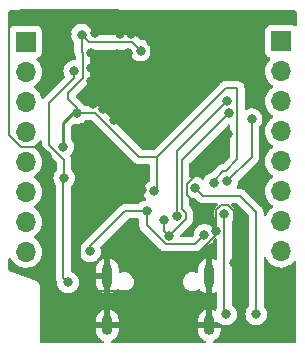
<source format=gbl>
%TF.GenerationSoftware,KiCad,Pcbnew,(6.0.7)*%
%TF.CreationDate,2022-08-05T17:10:29+02:00*%
%TF.ProjectId,C3_mini,43335f6d-696e-4692-9e6b-696361645f70,rev?*%
%TF.SameCoordinates,Original*%
%TF.FileFunction,Copper,L2,Bot*%
%TF.FilePolarity,Positive*%
%FSLAX46Y46*%
G04 Gerber Fmt 4.6, Leading zero omitted, Abs format (unit mm)*
G04 Created by KiCad (PCBNEW (6.0.7)) date 2022-08-05 17:10:29*
%MOMM*%
%LPD*%
G01*
G04 APERTURE LIST*
%TA.AperFunction,ComponentPad*%
%ADD10R,1.700000X1.700000*%
%TD*%
%TA.AperFunction,ComponentPad*%
%ADD11O,1.700000X1.700000*%
%TD*%
%TA.AperFunction,ComponentPad*%
%ADD12R,0.900000X0.500000*%
%TD*%
%TA.AperFunction,ComponentPad*%
%ADD13O,0.900000X2.000000*%
%TD*%
%TA.AperFunction,ComponentPad*%
%ADD14O,0.900000X1.700000*%
%TD*%
%TA.AperFunction,ViaPad*%
%ADD15C,0.800000*%
%TD*%
%TA.AperFunction,Conductor*%
%ADD16C,0.200000*%
%TD*%
%TA.AperFunction,Conductor*%
%ADD17C,0.250000*%
%TD*%
G04 APERTURE END LIST*
D10*
%TO.P,J2,1,Pin_1*%
%TO.N,EN*%
X31575000Y-35350000D03*
D11*
%TO.P,J2,2,Pin_2*%
%TO.N,IO0*%
X31575000Y-37890000D03*
%TO.P,J2,3,Pin_3*%
%TO.N,IO1*%
X31575000Y-40430000D03*
%TO.P,J2,4,Pin_4*%
%TO.N,IO2*%
X31575000Y-42970000D03*
%TO.P,J2,5,Pin_5*%
%TO.N,IO3*%
X31575000Y-45510000D03*
%TO.P,J2,6,Pin_6*%
%TO.N,IO4*%
X31575000Y-48050000D03*
%TO.P,J2,7,Pin_7*%
%TO.N,IO5*%
X31575000Y-50590000D03*
%TO.P,J2,8,Pin_8*%
%TO.N,+3V3*%
X31575000Y-53130000D03*
%TD*%
D10*
%TO.P,J3,1,Pin_1*%
%TO.N,U0TXD*%
X53200000Y-35325000D03*
D11*
%TO.P,J3,2,Pin_2*%
%TO.N,U0RXD*%
X53200000Y-37865000D03*
%TO.P,J3,3,Pin_3*%
%TO.N,IO10*%
X53200000Y-40405000D03*
%TO.P,J3,4,Pin_4*%
%TO.N,IO8*%
X53200000Y-42945000D03*
%TO.P,J3,5,Pin_5*%
%TO.N,IO7*%
X53200000Y-45485000D03*
%TO.P,J3,6,Pin_6*%
%TO.N,IO6*%
X53200000Y-48025000D03*
%TO.P,J3,7,Pin_7*%
%TO.N,GND*%
X53200000Y-50565000D03*
%TO.P,J3,8,Pin_8*%
%TO.N,VBUS*%
X53200000Y-53105000D03*
%TD*%
D12*
%TO.P,ANT1,2,Shield*%
%TO.N,GND*%
X36125000Y-32950000D03*
%TD*%
D13*
%TO.P,J1,S1,SHIELD*%
%TO.N,GND*%
X38480000Y-55195000D03*
X47120000Y-55195000D03*
D14*
X47120000Y-59365000D03*
X38480000Y-59365000D03*
%TD*%
D15*
%TO.N,GND*%
X37125000Y-56000000D03*
X48400000Y-33950000D03*
X41350000Y-34725000D03*
X41000000Y-40900000D03*
X49200000Y-54100000D03*
X44875000Y-34825000D03*
X41425000Y-47925000D03*
X37350000Y-33850000D03*
X41350000Y-33900000D03*
X45775000Y-34825000D03*
X39375000Y-37225000D03*
X37100000Y-36275000D03*
X49300000Y-33950000D03*
X40100000Y-40600000D03*
X39550000Y-33875000D03*
X35050000Y-34725000D03*
X47700000Y-51400000D03*
X37400000Y-34650000D03*
X48450000Y-34900000D03*
X45750000Y-33950000D03*
X40800000Y-39900000D03*
X46675000Y-34825000D03*
X42200000Y-35400000D03*
X48700000Y-43200000D03*
X49325000Y-34900000D03*
X47575000Y-34850000D03*
X39025000Y-41950000D03*
X43700000Y-42700000D03*
X44000000Y-34800000D03*
X43100000Y-34800000D03*
X40450000Y-34700000D03*
X43125000Y-33925000D03*
X44875000Y-33950000D03*
X39350000Y-38125000D03*
X37075000Y-38700000D03*
X47500000Y-33975000D03*
X50175000Y-33925000D03*
X40200000Y-36300000D03*
X34950000Y-33900000D03*
X44000000Y-33950000D03*
X37100000Y-37575000D03*
X38150000Y-41075000D03*
X39525000Y-34700000D03*
X39450000Y-39075000D03*
X37225000Y-40625000D03*
X39475000Y-39925000D03*
X42225000Y-33925000D03*
X40450000Y-33825000D03*
X46625000Y-33950000D03*
X36400000Y-40000000D03*
X39300000Y-36400000D03*
%TO.N,+3V3*%
X42450000Y-48000000D03*
X36300000Y-34750000D03*
X41300000Y-36100000D03*
X47500000Y-47300000D03*
X35925000Y-41400000D03*
X34750000Y-44225000D03*
%TO.N,EN*%
X34825000Y-46875000D03*
X35675000Y-37825000D03*
X35150000Y-55725000D03*
%TO.N,VBUS*%
X37025000Y-53100000D03*
X46700000Y-51700000D03*
X41800000Y-49700000D03*
%TO.N,D+*%
X48600000Y-40400000D03*
X44400000Y-50100000D03*
%TO.N,D-*%
X43285003Y-50410017D03*
X43700000Y-51800000D03*
X48800000Y-41400000D03*
%TO.N,IO8*%
X48650000Y-47175000D03*
X50700000Y-41900000D03*
%TO.N,IO7*%
X48400000Y-49900000D03*
X48525000Y-58425000D03*
%TO.N,IO9*%
X45900000Y-47700000D03*
X51075000Y-58425000D03*
%TD*%
D16*
%TO.N,GND*%
X37125000Y-56000000D02*
X36225000Y-56900000D01*
X36200000Y-55075000D02*
X37125000Y-56000000D01*
X31050000Y-32625000D02*
X39425000Y-32625000D01*
X33700000Y-44966186D02*
X32958814Y-44225000D01*
X33700000Y-56400000D02*
X33700000Y-44966186D01*
X31173654Y-44273654D02*
X30175000Y-43275000D01*
X45200000Y-47410050D02*
X45200000Y-48300000D01*
X47700000Y-51689950D02*
X47700000Y-51400000D01*
X30175000Y-43275000D02*
X30175000Y-33453654D01*
X40800000Y-39900000D02*
X42200000Y-38500000D01*
X49200000Y-49710050D02*
X48689950Y-49200000D01*
X48100000Y-49200000D02*
X47700000Y-49600000D01*
X46600000Y-46265686D02*
X46344364Y-46265686D01*
X49200000Y-54100000D02*
X49200000Y-49710050D01*
X45200000Y-48300000D02*
X45900000Y-49000000D01*
X48700000Y-44165686D02*
X46600000Y-46265686D01*
X37575000Y-56450000D02*
X42939950Y-56450000D01*
X32005000Y-44273654D02*
X31173654Y-44273654D01*
X37125000Y-56000000D02*
X37575000Y-56450000D01*
X42200000Y-38500000D02*
X42200000Y-35400000D01*
X42939950Y-56450000D02*
X47700000Y-51689950D01*
X30200000Y-33475000D02*
X31050000Y-32625000D01*
X39425000Y-32625000D02*
X42200000Y-35400000D01*
X36200000Y-50000000D02*
X36200000Y-55075000D01*
X32053654Y-44225000D02*
X32005000Y-44273654D01*
X48700000Y-43200000D02*
X48700000Y-44165686D01*
X38275000Y-47925000D02*
X36200000Y-50000000D01*
X48689950Y-49200000D02*
X48100000Y-49200000D01*
X34200000Y-56900000D02*
X33700000Y-56400000D01*
X41425000Y-47925000D02*
X38275000Y-47925000D01*
X32958814Y-44225000D02*
X32053654Y-44225000D01*
X36225000Y-56900000D02*
X34200000Y-56900000D01*
X47700000Y-49600000D02*
X47700000Y-51400000D01*
X46344364Y-46265686D02*
X45200000Y-47410050D01*
%TO.N,+3V3*%
X37475000Y-41400000D02*
X41175000Y-45100000D01*
X36950000Y-35400000D02*
X40600000Y-35400000D01*
D17*
X35925000Y-41400000D02*
X35600000Y-41400000D01*
D16*
X35125000Y-39725000D02*
X35125000Y-40200000D01*
X47500000Y-47300000D02*
X47500000Y-47110050D01*
X48500000Y-39300000D02*
X42700000Y-45100000D01*
D17*
X35600000Y-41400000D02*
X34750000Y-42250000D01*
D16*
X36300000Y-34750000D02*
X36300000Y-36200000D01*
X36300000Y-36200000D02*
X36400000Y-36300000D01*
X49500000Y-39300000D02*
X48500000Y-39300000D01*
X35125000Y-40200000D02*
X35925000Y-41000000D01*
X47500000Y-47110050D02*
X48310050Y-46300000D01*
X36300000Y-34750000D02*
X36950000Y-35400000D01*
X48500000Y-46300000D02*
X49500000Y-45300000D01*
X36400000Y-36300000D02*
X36400000Y-38450000D01*
X35925000Y-41400000D02*
X37475000Y-41400000D01*
X36400000Y-38450000D02*
X35125000Y-39725000D01*
X42700000Y-45100000D02*
X42700000Y-47750000D01*
X41175000Y-45100000D02*
X42700000Y-45100000D01*
X48310050Y-46300000D02*
X48500000Y-46300000D01*
X42700000Y-47750000D02*
X42450000Y-48000000D01*
X49500000Y-45300000D02*
X49500000Y-39300000D01*
D17*
X34750000Y-42250000D02*
X34750000Y-44225000D01*
D16*
X40600000Y-35400000D02*
X41300000Y-36100000D01*
X35925000Y-41000000D02*
X35925000Y-41400000D01*
%TO.N,EN*%
X33550000Y-40550000D02*
X33550000Y-44059936D01*
X34755128Y-46944872D02*
X34825000Y-46875000D01*
X35150000Y-55725000D02*
X34755128Y-55330128D01*
X34755128Y-55330128D02*
X34755128Y-46944872D01*
X35675000Y-38425000D02*
X33550000Y-40550000D01*
X35675000Y-37825000D02*
X35675000Y-38425000D01*
X34825000Y-45334936D02*
X34825000Y-46875000D01*
X33550000Y-44059936D02*
X34825000Y-45334936D01*
%TO.N,VBUS*%
X43410050Y-52500000D02*
X41800000Y-50889950D01*
X37025000Y-52675000D02*
X40000000Y-49700000D01*
X41800000Y-50889950D02*
X41800000Y-49700000D01*
X37025000Y-53100000D02*
X37025000Y-52675000D01*
X40000000Y-49700000D02*
X41800000Y-49700000D01*
X45900000Y-52500000D02*
X43410050Y-52500000D01*
X46700000Y-51700000D02*
X45900000Y-52500000D01*
%TO.N,D+*%
X44400000Y-44600000D02*
X44400000Y-50100000D01*
X48600000Y-40400000D02*
X44400000Y-44600000D01*
%TO.N,D-*%
X45100000Y-49810050D02*
X44800000Y-49510050D01*
X43700000Y-51800000D02*
X45100000Y-50400000D01*
X43285003Y-51385003D02*
X43700000Y-51800000D01*
X43285003Y-50410017D02*
X43285003Y-51385003D01*
X44800000Y-45400000D02*
X48800000Y-41400000D01*
X44800000Y-49510050D02*
X44800000Y-45400000D01*
X45100000Y-50400000D02*
X45100000Y-49810050D01*
%TO.N,IO8*%
X50700000Y-45125000D02*
X50700000Y-41900000D01*
X48650000Y-47175000D02*
X50700000Y-45125000D01*
%TO.N,IO7*%
X48525000Y-58425000D02*
X48400000Y-58300000D01*
X48400000Y-58300000D02*
X48400000Y-49900000D01*
%TO.N,IO9*%
X51100000Y-58400000D02*
X51100000Y-49800000D01*
X46600000Y-48400000D02*
X45900000Y-47700000D01*
X51075000Y-58425000D02*
X51100000Y-58400000D01*
X49700000Y-48400000D02*
X46600000Y-48400000D01*
X51100000Y-49800000D02*
X49700000Y-48400000D01*
%TD*%
%TA.AperFunction,Conductor*%
%TO.N,GND*%
G36*
X37238882Y-42028502D02*
G01*
X37259856Y-42045405D01*
X40710685Y-45496234D01*
X40721552Y-45508625D01*
X40741013Y-45533987D01*
X40747563Y-45539013D01*
X40772925Y-45558474D01*
X40772928Y-45558477D01*
X40813117Y-45589315D01*
X40868124Y-45631524D01*
X40875754Y-45634684D01*
X40875755Y-45634685D01*
X40892962Y-45641812D01*
X41016150Y-45692838D01*
X41135115Y-45708500D01*
X41135120Y-45708500D01*
X41135129Y-45708501D01*
X41166812Y-45712672D01*
X41175000Y-45713750D01*
X41206693Y-45709578D01*
X41223136Y-45708500D01*
X41965500Y-45708500D01*
X42033621Y-45728502D01*
X42080114Y-45782158D01*
X42091500Y-45834500D01*
X42091500Y-47083312D01*
X42071498Y-47151433D01*
X42016749Y-47198418D01*
X41999285Y-47206194D01*
X41993248Y-47208882D01*
X41987907Y-47212762D01*
X41987906Y-47212763D01*
X41980317Y-47218277D01*
X41838747Y-47321134D01*
X41834326Y-47326044D01*
X41834325Y-47326045D01*
X41752568Y-47416846D01*
X41710960Y-47463056D01*
X41679565Y-47517434D01*
X41630331Y-47602710D01*
X41615473Y-47628444D01*
X41556458Y-47810072D01*
X41555768Y-47816633D01*
X41555768Y-47816635D01*
X41549791Y-47873504D01*
X41536496Y-48000000D01*
X41556458Y-48189928D01*
X41615473Y-48371556D01*
X41710960Y-48536944D01*
X41715378Y-48541851D01*
X41715379Y-48541852D01*
X41756278Y-48587275D01*
X41786996Y-48651282D01*
X41778231Y-48721736D01*
X41732768Y-48776267D01*
X41688841Y-48794831D01*
X41517712Y-48831206D01*
X41511682Y-48833891D01*
X41511681Y-48833891D01*
X41349278Y-48906197D01*
X41349276Y-48906198D01*
X41343248Y-48908882D01*
X41337907Y-48912762D01*
X41337906Y-48912763D01*
X41307733Y-48934685D01*
X41188747Y-49021134D01*
X41184334Y-49026036D01*
X41184332Y-49026037D01*
X41162926Y-49049811D01*
X41102480Y-49087050D01*
X41069290Y-49091500D01*
X40048136Y-49091500D01*
X40031690Y-49090422D01*
X40008188Y-49087328D01*
X40000000Y-49086250D01*
X39991812Y-49087328D01*
X39960129Y-49091499D01*
X39960120Y-49091500D01*
X39960115Y-49091500D01*
X39841150Y-49107162D01*
X39693125Y-49168476D01*
X39693123Y-49168477D01*
X39693124Y-49168477D01*
X39597928Y-49241523D01*
X39597925Y-49241526D01*
X39566013Y-49266013D01*
X39560983Y-49272568D01*
X39546548Y-49291379D01*
X39535681Y-49303770D01*
X36628766Y-52210685D01*
X36616375Y-52221552D01*
X36591013Y-52241013D01*
X36566526Y-52272925D01*
X36566523Y-52272928D01*
X36513120Y-52342524D01*
X36487225Y-52367749D01*
X36413747Y-52421134D01*
X36409326Y-52426044D01*
X36409325Y-52426045D01*
X36348316Y-52493803D01*
X36285960Y-52563056D01*
X36190473Y-52728444D01*
X36131458Y-52910072D01*
X36130768Y-52916633D01*
X36130768Y-52916635D01*
X36119222Y-53026495D01*
X36111496Y-53100000D01*
X36131458Y-53289928D01*
X36190473Y-53471556D01*
X36285960Y-53636944D01*
X36290378Y-53641851D01*
X36290379Y-53641852D01*
X36408828Y-53773403D01*
X36413747Y-53778866D01*
X36568248Y-53891118D01*
X36574276Y-53893802D01*
X36574278Y-53893803D01*
X36710616Y-53954504D01*
X36742712Y-53968794D01*
X36815624Y-53984292D01*
X36923056Y-54007128D01*
X36923061Y-54007128D01*
X36929513Y-54008500D01*
X37120487Y-54008500D01*
X37126939Y-54007128D01*
X37126944Y-54007128D01*
X37234376Y-53984292D01*
X37307288Y-53968794D01*
X37339384Y-53954504D01*
X37475722Y-53893803D01*
X37475724Y-53893802D01*
X37481752Y-53891118D01*
X37565874Y-53830000D01*
X37636253Y-53778866D01*
X37636699Y-53779480D01*
X37640973Y-53773624D01*
X37759621Y-53641852D01*
X37759622Y-53641851D01*
X37764040Y-53636944D01*
X37859527Y-53471556D01*
X37918542Y-53289928D01*
X37938504Y-53100000D01*
X37930778Y-53026495D01*
X37919232Y-52916635D01*
X37919232Y-52916633D01*
X37918542Y-52910072D01*
X37876662Y-52781180D01*
X37874634Y-52710213D01*
X37907400Y-52653149D01*
X40215144Y-50345405D01*
X40277456Y-50311379D01*
X40304239Y-50308500D01*
X41065500Y-50308500D01*
X41133621Y-50328502D01*
X41180114Y-50382158D01*
X41191500Y-50434500D01*
X41191500Y-50841814D01*
X41190422Y-50858257D01*
X41186250Y-50889950D01*
X41191500Y-50929830D01*
X41191500Y-50929835D01*
X41201907Y-51008882D01*
X41207162Y-51048801D01*
X41268476Y-51196826D01*
X41273503Y-51203377D01*
X41273504Y-51203379D01*
X41341520Y-51292019D01*
X41341526Y-51292025D01*
X41366013Y-51323937D01*
X41372568Y-51328967D01*
X41391379Y-51343402D01*
X41403770Y-51354269D01*
X42945735Y-52896234D01*
X42956602Y-52908625D01*
X42976063Y-52933987D01*
X42982613Y-52939013D01*
X43007971Y-52958471D01*
X43007987Y-52958485D01*
X43057355Y-52996366D01*
X43103174Y-53031524D01*
X43251199Y-53092838D01*
X43410050Y-53113751D01*
X43441749Y-53109578D01*
X43458194Y-53108500D01*
X45851864Y-53108500D01*
X45868307Y-53109578D01*
X45900000Y-53113750D01*
X45908189Y-53112672D01*
X45939874Y-53108501D01*
X45939884Y-53108500D01*
X45939885Y-53108500D01*
X46004449Y-53100000D01*
X46039457Y-53095391D01*
X46050664Y-53093916D01*
X46050666Y-53093915D01*
X46058851Y-53092838D01*
X46206876Y-53031524D01*
X46302062Y-52958485D01*
X46302069Y-52958480D01*
X46302075Y-52958474D01*
X46327434Y-52939015D01*
X46333987Y-52933987D01*
X46350458Y-52912522D01*
X46353452Y-52908621D01*
X46364319Y-52896230D01*
X46615144Y-52645405D01*
X46677456Y-52611379D01*
X46704239Y-52608500D01*
X46795487Y-52608500D01*
X46801939Y-52607128D01*
X46801944Y-52607128D01*
X46888888Y-52588647D01*
X46982288Y-52568794D01*
X46995176Y-52563056D01*
X47150722Y-52493803D01*
X47150724Y-52493802D01*
X47156752Y-52491118D01*
X47311253Y-52378866D01*
X47410716Y-52268401D01*
X47434621Y-52241852D01*
X47434622Y-52241851D01*
X47439040Y-52236944D01*
X47524240Y-52089373D01*
X47531223Y-52077279D01*
X47531224Y-52077278D01*
X47534527Y-52071556D01*
X47545668Y-52037269D01*
X47585741Y-51978665D01*
X47651138Y-51951028D01*
X47721094Y-51963135D01*
X47773400Y-52011141D01*
X47791500Y-52076207D01*
X47791500Y-53705282D01*
X47771498Y-53773403D01*
X47717842Y-53819896D01*
X47647568Y-53830000D01*
X47609870Y-53818336D01*
X47461383Y-53745271D01*
X47449481Y-53740845D01*
X47391530Y-53725749D01*
X47377436Y-53726183D01*
X47374000Y-53734364D01*
X47374000Y-56654229D01*
X47377973Y-56667760D01*
X47384075Y-56668637D01*
X47536136Y-56612690D01*
X47547547Y-56607125D01*
X47599104Y-56575158D01*
X47667539Y-56556262D01*
X47735328Y-56577364D01*
X47780946Y-56631765D01*
X47791500Y-56682245D01*
X47791500Y-57844699D01*
X47774619Y-57907699D01*
X47693778Y-58047721D01*
X47693426Y-58048330D01*
X47642044Y-58097323D01*
X47572330Y-58110759D01*
X47528677Y-58098384D01*
X47461383Y-58065271D01*
X47449481Y-58060845D01*
X47391530Y-58045749D01*
X47377436Y-58046183D01*
X47374000Y-58054364D01*
X47374000Y-59092885D01*
X47378475Y-59108124D01*
X47379865Y-59109329D01*
X47387548Y-59111000D01*
X47882626Y-59111000D01*
X47950747Y-59131002D01*
X47956687Y-59135064D01*
X48068248Y-59216118D01*
X48074276Y-59218802D01*
X48074278Y-59218803D01*
X48236681Y-59291109D01*
X48242712Y-59293794D01*
X48336113Y-59313647D01*
X48423056Y-59332128D01*
X48423061Y-59332128D01*
X48429513Y-59333500D01*
X48620487Y-59333500D01*
X48626939Y-59332128D01*
X48626944Y-59332128D01*
X48713887Y-59313647D01*
X48807288Y-59293794D01*
X48813319Y-59291109D01*
X48975722Y-59218803D01*
X48975724Y-59218802D01*
X48981752Y-59216118D01*
X49136253Y-59103866D01*
X49264040Y-58961944D01*
X49359527Y-58796556D01*
X49418542Y-58614928D01*
X49420978Y-58591756D01*
X49437814Y-58431565D01*
X49438504Y-58425000D01*
X49418542Y-58235072D01*
X49359527Y-58053444D01*
X49353059Y-58042240D01*
X49267341Y-57893774D01*
X49264040Y-57888056D01*
X49136253Y-57746134D01*
X49121020Y-57735066D01*
X49060439Y-57691052D01*
X49017085Y-57634830D01*
X49008500Y-57589116D01*
X49008500Y-50630290D01*
X49028502Y-50562169D01*
X49040864Y-50545980D01*
X49134621Y-50441852D01*
X49134622Y-50441851D01*
X49139040Y-50436944D01*
X49234527Y-50271556D01*
X49293542Y-50089928D01*
X49304896Y-49981906D01*
X49312814Y-49906565D01*
X49313504Y-49900000D01*
X49309109Y-49858186D01*
X49294232Y-49716635D01*
X49294232Y-49716633D01*
X49293542Y-49710072D01*
X49234527Y-49528444D01*
X49139040Y-49363056D01*
X49133306Y-49356687D01*
X49011253Y-49221134D01*
X49012816Y-49219727D01*
X48980758Y-49167689D01*
X48982110Y-49096705D01*
X49021625Y-49037721D01*
X49086756Y-49009464D01*
X49102308Y-49008500D01*
X49395761Y-49008500D01*
X49463882Y-49028502D01*
X49484856Y-49045405D01*
X50454595Y-50015144D01*
X50488621Y-50077456D01*
X50491500Y-50104239D01*
X50491500Y-57666945D01*
X50471498Y-57735066D01*
X50459136Y-57751255D01*
X50335960Y-57888056D01*
X50332659Y-57893774D01*
X50246942Y-58042240D01*
X50240473Y-58053444D01*
X50181458Y-58235072D01*
X50161496Y-58425000D01*
X50162186Y-58431565D01*
X50179023Y-58591756D01*
X50181458Y-58614928D01*
X50240473Y-58796556D01*
X50335960Y-58961944D01*
X50463747Y-59103866D01*
X50618248Y-59216118D01*
X50624276Y-59218802D01*
X50624278Y-59218803D01*
X50786681Y-59291109D01*
X50792712Y-59293794D01*
X50886113Y-59313647D01*
X50973056Y-59332128D01*
X50973061Y-59332128D01*
X50979513Y-59333500D01*
X51170487Y-59333500D01*
X51176939Y-59332128D01*
X51176944Y-59332128D01*
X51263887Y-59313647D01*
X51357288Y-59293794D01*
X51363319Y-59291109D01*
X51525722Y-59218803D01*
X51525724Y-59218802D01*
X51531752Y-59216118D01*
X51686253Y-59103866D01*
X51814040Y-58961944D01*
X51909527Y-58796556D01*
X51968542Y-58614928D01*
X51970978Y-58591756D01*
X51987814Y-58431565D01*
X51988504Y-58425000D01*
X51968542Y-58235072D01*
X51909527Y-58053444D01*
X51903059Y-58042240D01*
X51817341Y-57893774D01*
X51814040Y-57888056D01*
X51740863Y-57806785D01*
X51710147Y-57742779D01*
X51708500Y-57722476D01*
X51708500Y-53688156D01*
X51728502Y-53620035D01*
X51782158Y-53573542D01*
X51852432Y-53563438D01*
X51917012Y-53592932D01*
X51951243Y-53640752D01*
X51977446Y-53705282D01*
X51983266Y-53719616D01*
X52001285Y-53749020D01*
X52090008Y-53893803D01*
X52099987Y-53910088D01*
X52246250Y-54078938D01*
X52418126Y-54221632D01*
X52611000Y-54334338D01*
X52819692Y-54414030D01*
X52824760Y-54415061D01*
X52824763Y-54415062D01*
X52932017Y-54436883D01*
X53038597Y-54458567D01*
X53043772Y-54458757D01*
X53043774Y-54458757D01*
X53256673Y-54466564D01*
X53256677Y-54466564D01*
X53261837Y-54466753D01*
X53266957Y-54466097D01*
X53266959Y-54466097D01*
X53478288Y-54439025D01*
X53478289Y-54439025D01*
X53483416Y-54438368D01*
X53488366Y-54436883D01*
X53692429Y-54375661D01*
X53692434Y-54375659D01*
X53697384Y-54374174D01*
X53897994Y-54275896D01*
X54079860Y-54146173D01*
X54238096Y-53988489D01*
X54250091Y-53971796D01*
X54306085Y-53928148D01*
X54376789Y-53921702D01*
X54439753Y-53954504D01*
X54474988Y-54016141D01*
X54478414Y-54045440D01*
X54472096Y-60765618D01*
X54452030Y-60833720D01*
X54398331Y-60880163D01*
X54346096Y-60891500D01*
X47540069Y-60891500D01*
X47471948Y-60871498D01*
X47425455Y-60817842D01*
X47415351Y-60747568D01*
X47444845Y-60682988D01*
X47496562Y-60647250D01*
X47536137Y-60632690D01*
X47547549Y-60627123D01*
X47702108Y-60531292D01*
X47712174Y-60523540D01*
X47844303Y-60398592D01*
X47852605Y-60388974D01*
X47956908Y-60240013D01*
X47963108Y-60228919D01*
X48035332Y-60062020D01*
X48039171Y-60049917D01*
X48076675Y-59870400D01*
X48077915Y-59860848D01*
X48078000Y-59857616D01*
X48078000Y-59637115D01*
X48073525Y-59621876D01*
X48072135Y-59620671D01*
X48064452Y-59619000D01*
X46180115Y-59619000D01*
X46164876Y-59623475D01*
X46163671Y-59624865D01*
X46162000Y-59632548D01*
X46162000Y-59810447D01*
X46162323Y-59816822D01*
X46176082Y-59952277D01*
X46178636Y-59964717D01*
X46233016Y-60138244D01*
X46238025Y-60149932D01*
X46326187Y-60308979D01*
X46333438Y-60319412D01*
X46451785Y-60457491D01*
X46460976Y-60466244D01*
X46604680Y-60577711D01*
X46615440Y-60584435D01*
X46753655Y-60652445D01*
X46805946Y-60700468D01*
X46823972Y-60769138D01*
X46802012Y-60836653D01*
X46747036Y-60881577D01*
X46698025Y-60891500D01*
X38900069Y-60891500D01*
X38831948Y-60871498D01*
X38785455Y-60817842D01*
X38775351Y-60747568D01*
X38804845Y-60682988D01*
X38856562Y-60647250D01*
X38896137Y-60632690D01*
X38907549Y-60627123D01*
X39062108Y-60531292D01*
X39072174Y-60523540D01*
X39204303Y-60398592D01*
X39212605Y-60388974D01*
X39316908Y-60240013D01*
X39323108Y-60228919D01*
X39395332Y-60062020D01*
X39399171Y-60049917D01*
X39436675Y-59870400D01*
X39437915Y-59860848D01*
X39438000Y-59857616D01*
X39438000Y-59637115D01*
X39433525Y-59621876D01*
X39432135Y-59620671D01*
X39424452Y-59619000D01*
X37540115Y-59619000D01*
X37524876Y-59623475D01*
X37523671Y-59624865D01*
X37522000Y-59632548D01*
X37522000Y-59810447D01*
X37522323Y-59816822D01*
X37536082Y-59952277D01*
X37538636Y-59964717D01*
X37593016Y-60138244D01*
X37598025Y-60149932D01*
X37686187Y-60308979D01*
X37693438Y-60319412D01*
X37811785Y-60457491D01*
X37820976Y-60466244D01*
X37964680Y-60577711D01*
X37975440Y-60584435D01*
X38113655Y-60652445D01*
X38165946Y-60700468D01*
X38183972Y-60769138D01*
X38162012Y-60836653D01*
X38107036Y-60881577D01*
X38058025Y-60891500D01*
X32884500Y-60891500D01*
X32816379Y-60871498D01*
X32769886Y-60817842D01*
X32758500Y-60765500D01*
X32758500Y-59092885D01*
X37522000Y-59092885D01*
X37526475Y-59108124D01*
X37527865Y-59109329D01*
X37535548Y-59111000D01*
X38207885Y-59111000D01*
X38223124Y-59106525D01*
X38224329Y-59105135D01*
X38226000Y-59097452D01*
X38226000Y-59092885D01*
X38734000Y-59092885D01*
X38738475Y-59108124D01*
X38739865Y-59109329D01*
X38747548Y-59111000D01*
X39419885Y-59111000D01*
X39435124Y-59106525D01*
X39436329Y-59105135D01*
X39438000Y-59097452D01*
X39438000Y-59092885D01*
X46162000Y-59092885D01*
X46166475Y-59108124D01*
X46167865Y-59109329D01*
X46175548Y-59111000D01*
X46847885Y-59111000D01*
X46863124Y-59106525D01*
X46864329Y-59105135D01*
X46866000Y-59097452D01*
X46866000Y-58055771D01*
X46862027Y-58042240D01*
X46855925Y-58041363D01*
X46703864Y-58097310D01*
X46692451Y-58102877D01*
X46537892Y-58198708D01*
X46527826Y-58206460D01*
X46395697Y-58331408D01*
X46387395Y-58341026D01*
X46283092Y-58489987D01*
X46276892Y-58501081D01*
X46204668Y-58667980D01*
X46200829Y-58680083D01*
X46163325Y-58859600D01*
X46162085Y-58869152D01*
X46162000Y-58872384D01*
X46162000Y-59092885D01*
X39438000Y-59092885D01*
X39438000Y-58919553D01*
X39437677Y-58913178D01*
X39423918Y-58777723D01*
X39421364Y-58765283D01*
X39366984Y-58591756D01*
X39361975Y-58580068D01*
X39273813Y-58421021D01*
X39266562Y-58410588D01*
X39148215Y-58272509D01*
X39139024Y-58263756D01*
X38995320Y-58152289D01*
X38984560Y-58145565D01*
X38821375Y-58065268D01*
X38809481Y-58060845D01*
X38751530Y-58045749D01*
X38737436Y-58046183D01*
X38734000Y-58054364D01*
X38734000Y-59092885D01*
X38226000Y-59092885D01*
X38226000Y-58055771D01*
X38222027Y-58042240D01*
X38215925Y-58041363D01*
X38063864Y-58097310D01*
X38052451Y-58102877D01*
X37897892Y-58198708D01*
X37887826Y-58206460D01*
X37755697Y-58331408D01*
X37747395Y-58341026D01*
X37643092Y-58489987D01*
X37636892Y-58501081D01*
X37564668Y-58667980D01*
X37560829Y-58680083D01*
X37523325Y-58859600D01*
X37522085Y-58869152D01*
X37522000Y-58872384D01*
X37522000Y-59092885D01*
X32758500Y-59092885D01*
X32758500Y-56104235D01*
X32759018Y-56092825D01*
X32762233Y-56057471D01*
X32762233Y-56057469D01*
X32763046Y-56048526D01*
X32752168Y-55993098D01*
X32751092Y-55986761D01*
X32743080Y-55930813D01*
X32739366Y-55922643D01*
X32738148Y-55918478D01*
X32736723Y-55914399D01*
X32734995Y-55905595D01*
X32708998Y-55855450D01*
X32706169Y-55849632D01*
X32682792Y-55798218D01*
X32676937Y-55791423D01*
X32674611Y-55787786D01*
X32672085Y-55784252D01*
X32667954Y-55776283D01*
X32661753Y-55769795D01*
X32661751Y-55769792D01*
X32628929Y-55735449D01*
X32624566Y-55730642D01*
X32593572Y-55694672D01*
X32593570Y-55694670D01*
X32587713Y-55687873D01*
X32580180Y-55682990D01*
X32576913Y-55680140D01*
X32573517Y-55677473D01*
X32567315Y-55670984D01*
X32518390Y-55642741D01*
X32512889Y-55639373D01*
X32465485Y-55608648D01*
X32456883Y-55606076D01*
X32456880Y-55606074D01*
X32419087Y-55594772D01*
X32409735Y-55591571D01*
X32045457Y-55450671D01*
X30189045Y-54732625D01*
X30132728Y-54689396D01*
X30108722Y-54622581D01*
X30108500Y-54615110D01*
X30108500Y-53774724D01*
X30128502Y-53706603D01*
X30182158Y-53660110D01*
X30252432Y-53650006D01*
X30317012Y-53679500D01*
X30351243Y-53727321D01*
X30356320Y-53739826D01*
X30356325Y-53739836D01*
X30358266Y-53744616D01*
X30407871Y-53825565D01*
X30449688Y-53893803D01*
X30474987Y-53935088D01*
X30621250Y-54103938D01*
X30793126Y-54246632D01*
X30986000Y-54359338D01*
X30990825Y-54361180D01*
X30990826Y-54361181D01*
X31063612Y-54388975D01*
X31194692Y-54439030D01*
X31199760Y-54440061D01*
X31199763Y-54440062D01*
X31307017Y-54461883D01*
X31413597Y-54483567D01*
X31418772Y-54483757D01*
X31418774Y-54483757D01*
X31631673Y-54491564D01*
X31631677Y-54491564D01*
X31636837Y-54491753D01*
X31641957Y-54491097D01*
X31641959Y-54491097D01*
X31853288Y-54464025D01*
X31853289Y-54464025D01*
X31858416Y-54463368D01*
X31873785Y-54458757D01*
X32067429Y-54400661D01*
X32067434Y-54400659D01*
X32072384Y-54399174D01*
X32272994Y-54300896D01*
X32454860Y-54171173D01*
X32613096Y-54013489D01*
X32645213Y-53968794D01*
X32740435Y-53836277D01*
X32743453Y-53832077D01*
X32746672Y-53825565D01*
X32840136Y-53636453D01*
X32840137Y-53636451D01*
X32842430Y-53631811D01*
X32907370Y-53418069D01*
X32936529Y-53196590D01*
X32938156Y-53130000D01*
X32919852Y-52907361D01*
X32865431Y-52690702D01*
X32776354Y-52485840D01*
X32731982Y-52417251D01*
X32657822Y-52302617D01*
X32657820Y-52302614D01*
X32655014Y-52298277D01*
X32504670Y-52133051D01*
X32500619Y-52129852D01*
X32500615Y-52129848D01*
X32333414Y-51997800D01*
X32333410Y-51997798D01*
X32329359Y-51994598D01*
X32288053Y-51971796D01*
X32238084Y-51921364D01*
X32223312Y-51851921D01*
X32248428Y-51785516D01*
X32275780Y-51758909D01*
X32324436Y-51724203D01*
X32454860Y-51631173D01*
X32477320Y-51608792D01*
X32609435Y-51477137D01*
X32613096Y-51473489D01*
X32628673Y-51451812D01*
X32740435Y-51296277D01*
X32743453Y-51292077D01*
X32771799Y-51234724D01*
X32840136Y-51096453D01*
X32840137Y-51096451D01*
X32842430Y-51091811D01*
X32907370Y-50878069D01*
X32936529Y-50656590D01*
X32938156Y-50590000D01*
X32919852Y-50367361D01*
X32865431Y-50150702D01*
X32776354Y-49945840D01*
X32714307Y-49849930D01*
X32657822Y-49762617D01*
X32657820Y-49762614D01*
X32655014Y-49758277D01*
X32504670Y-49593051D01*
X32500619Y-49589852D01*
X32500615Y-49589848D01*
X32333414Y-49457800D01*
X32333410Y-49457798D01*
X32329359Y-49454598D01*
X32288053Y-49431796D01*
X32238084Y-49381364D01*
X32223312Y-49311921D01*
X32248428Y-49245516D01*
X32275780Y-49218909D01*
X32339016Y-49173803D01*
X32454860Y-49091173D01*
X32458719Y-49087328D01*
X32609435Y-48937137D01*
X32613096Y-48933489D01*
X32620107Y-48923733D01*
X32740435Y-48756277D01*
X32743453Y-48752077D01*
X32758449Y-48721736D01*
X32840136Y-48556453D01*
X32840137Y-48556451D01*
X32842430Y-48551811D01*
X32907370Y-48338069D01*
X32936529Y-48116590D01*
X32938156Y-48050000D01*
X32919852Y-47827361D01*
X32865431Y-47610702D01*
X32776354Y-47405840D01*
X32655014Y-47218277D01*
X32504670Y-47053051D01*
X32500619Y-47049852D01*
X32500615Y-47049848D01*
X32333414Y-46917800D01*
X32333410Y-46917798D01*
X32329359Y-46914598D01*
X32288053Y-46891796D01*
X32238084Y-46841364D01*
X32223312Y-46771921D01*
X32248428Y-46705516D01*
X32275780Y-46678909D01*
X32324053Y-46644476D01*
X32454860Y-46551173D01*
X32493405Y-46512763D01*
X32551339Y-46455031D01*
X32613096Y-46393489D01*
X32652929Y-46338056D01*
X32740435Y-46216277D01*
X32743453Y-46212077D01*
X32751333Y-46196134D01*
X32840136Y-46016453D01*
X32840137Y-46016451D01*
X32842430Y-46011811D01*
X32907370Y-45798069D01*
X32936529Y-45576590D01*
X32938156Y-45510000D01*
X32919852Y-45287361D01*
X32865431Y-45070702D01*
X32776354Y-44865840D01*
X32709141Y-44761944D01*
X32657822Y-44682617D01*
X32657820Y-44682614D01*
X32655014Y-44678277D01*
X32504670Y-44513051D01*
X32500619Y-44509852D01*
X32500615Y-44509848D01*
X32333414Y-44377800D01*
X32333410Y-44377798D01*
X32329359Y-44374598D01*
X32288053Y-44351796D01*
X32238084Y-44301364D01*
X32223312Y-44231921D01*
X32248428Y-44165516D01*
X32275780Y-44138909D01*
X32330586Y-44099816D01*
X32454860Y-44011173D01*
X32613096Y-43853489D01*
X32652620Y-43798485D01*
X32713177Y-43714211D01*
X32769172Y-43670563D01*
X32839875Y-43664117D01*
X32902840Y-43696920D01*
X32938074Y-43758556D01*
X32941500Y-43787737D01*
X32941500Y-44011800D01*
X32940422Y-44028243D01*
X32936250Y-44059936D01*
X32941500Y-44099816D01*
X32941500Y-44099821D01*
X32953645Y-44192069D01*
X32957162Y-44218787D01*
X32960321Y-44226413D01*
X32960321Y-44226414D01*
X32966627Y-44241638D01*
X33018476Y-44366812D01*
X33023503Y-44373363D01*
X33023504Y-44373365D01*
X33091520Y-44462005D01*
X33091526Y-44462011D01*
X33116013Y-44493923D01*
X33122568Y-44498953D01*
X33141379Y-44513388D01*
X33153770Y-44524255D01*
X34179595Y-45550080D01*
X34213621Y-45612392D01*
X34216500Y-45639175D01*
X34216500Y-46144710D01*
X34196498Y-46212831D01*
X34184136Y-46229020D01*
X34127683Y-46291718D01*
X34085960Y-46338056D01*
X34047855Y-46404055D01*
X34003991Y-46480031D01*
X33990473Y-46503444D01*
X33931458Y-46685072D01*
X33930768Y-46691633D01*
X33930768Y-46691635D01*
X33921309Y-46781638D01*
X33911496Y-46875000D01*
X33912186Y-46881565D01*
X33930210Y-47053051D01*
X33931458Y-47064928D01*
X33990473Y-47246556D01*
X34085960Y-47411944D01*
X34114266Y-47443381D01*
X34144982Y-47507387D01*
X34146628Y-47527689D01*
X34146628Y-55281992D01*
X34145550Y-55298435D01*
X34141378Y-55330128D01*
X34146628Y-55370008D01*
X34146628Y-55370013D01*
X34152962Y-55418124D01*
X34162290Y-55488979D01*
X34165450Y-55496608D01*
X34211859Y-55608648D01*
X34222539Y-55634432D01*
X34223604Y-55637004D01*
X34223127Y-55637201D01*
X34238247Y-55708337D01*
X34236496Y-55725000D01*
X34237186Y-55731565D01*
X34254640Y-55897626D01*
X34256458Y-55914928D01*
X34315473Y-56096556D01*
X34318776Y-56102278D01*
X34318777Y-56102279D01*
X34334743Y-56129932D01*
X34410960Y-56261944D01*
X34415378Y-56266851D01*
X34415379Y-56266852D01*
X34507334Y-56368978D01*
X34538747Y-56403866D01*
X34585028Y-56437491D01*
X34686606Y-56511292D01*
X34693248Y-56516118D01*
X34699276Y-56518802D01*
X34699278Y-56518803D01*
X34830809Y-56577364D01*
X34867712Y-56593794D01*
X34956610Y-56612690D01*
X35048056Y-56632128D01*
X35048061Y-56632128D01*
X35054513Y-56633500D01*
X35245487Y-56633500D01*
X35251939Y-56632128D01*
X35251944Y-56632128D01*
X35343390Y-56612690D01*
X35432288Y-56593794D01*
X35469191Y-56577364D01*
X35600722Y-56518803D01*
X35600724Y-56518802D01*
X35606752Y-56516118D01*
X35613395Y-56511292D01*
X35714972Y-56437491D01*
X35761253Y-56403866D01*
X35792666Y-56368978D01*
X35884621Y-56266852D01*
X35884622Y-56266851D01*
X35889040Y-56261944D01*
X35965257Y-56129932D01*
X35981223Y-56102279D01*
X35981224Y-56102278D01*
X35984527Y-56096556D01*
X36043542Y-55914928D01*
X36045361Y-55897626D01*
X36056626Y-55790447D01*
X37522000Y-55790447D01*
X37522323Y-55796822D01*
X37536082Y-55932277D01*
X37538636Y-55944717D01*
X37593016Y-56118244D01*
X37598025Y-56129932D01*
X37686187Y-56288979D01*
X37693438Y-56299412D01*
X37811785Y-56437491D01*
X37820976Y-56446244D01*
X37964680Y-56557711D01*
X37975440Y-56564435D01*
X38138625Y-56644732D01*
X38150519Y-56649155D01*
X38208470Y-56664251D01*
X38222564Y-56663817D01*
X38226000Y-56655636D01*
X38226000Y-56654229D01*
X38734000Y-56654229D01*
X38737973Y-56667760D01*
X38744075Y-56668637D01*
X38896136Y-56612690D01*
X38907549Y-56607123D01*
X39062108Y-56511292D01*
X39072174Y-56503540D01*
X39204303Y-56378592D01*
X39212601Y-56368978D01*
X39230633Y-56343226D01*
X39286090Y-56298898D01*
X39356709Y-56291589D01*
X39402099Y-56309585D01*
X39548238Y-56403765D01*
X39554858Y-56406174D01*
X39554861Y-56406176D01*
X39664947Y-56446244D01*
X39718685Y-56465803D01*
X39858769Y-56483500D01*
X39955610Y-56483500D01*
X40090255Y-56468397D01*
X40153870Y-56446244D01*
X40254894Y-56411064D01*
X40254897Y-56411062D01*
X40261552Y-56408745D01*
X40269522Y-56403765D01*
X40409402Y-56316359D01*
X40415376Y-56312626D01*
X40429200Y-56298898D01*
X40539085Y-56189778D01*
X40539088Y-56189774D01*
X40544082Y-56184815D01*
X40641273Y-56031666D01*
X40672234Y-55944717D01*
X40699757Y-55867425D01*
X40699758Y-55867420D01*
X40702119Y-55860790D01*
X40709581Y-55798218D01*
X40720298Y-55708337D01*
X40723596Y-55680680D01*
X40722402Y-55669320D01*
X44876404Y-55669320D01*
X44877140Y-55676323D01*
X44877140Y-55676324D01*
X44883109Y-55733109D01*
X44895364Y-55849712D01*
X44953818Y-56021421D01*
X45048862Y-56175912D01*
X45053793Y-56180947D01*
X45053795Y-56180950D01*
X45160781Y-56290200D01*
X45175771Y-56305507D01*
X45328238Y-56403765D01*
X45334858Y-56406174D01*
X45334861Y-56406176D01*
X45444947Y-56446244D01*
X45498685Y-56465803D01*
X45638769Y-56483500D01*
X45735610Y-56483500D01*
X45870255Y-56468397D01*
X45933870Y-56446244D01*
X46034894Y-56411064D01*
X46034897Y-56411062D01*
X46041552Y-56408745D01*
X46055634Y-56399946D01*
X46195376Y-56312626D01*
X46196148Y-56313862D01*
X46254612Y-56290200D01*
X46324376Y-56303374D01*
X46362729Y-56333587D01*
X46451785Y-56437490D01*
X46460976Y-56446244D01*
X46604680Y-56557711D01*
X46615440Y-56564435D01*
X46778625Y-56644732D01*
X46790519Y-56649155D01*
X46848470Y-56664251D01*
X46862564Y-56663817D01*
X46866000Y-56655636D01*
X46866000Y-53735771D01*
X46862027Y-53722240D01*
X46855925Y-53721363D01*
X46703864Y-53777310D01*
X46692451Y-53782877D01*
X46537892Y-53878708D01*
X46527826Y-53886460D01*
X46395697Y-54011408D01*
X46387395Y-54021026D01*
X46283092Y-54169987D01*
X46276892Y-54181081D01*
X46204668Y-54347980D01*
X46200829Y-54360083D01*
X46163325Y-54539600D01*
X46162085Y-54549152D01*
X46162000Y-54552384D01*
X46162000Y-54806412D01*
X46141998Y-54874533D01*
X46088342Y-54921026D01*
X46018068Y-54931130D01*
X45992908Y-54924814D01*
X45881315Y-54884197D01*
X45741231Y-54866500D01*
X45644390Y-54866500D01*
X45509745Y-54881603D01*
X45503092Y-54883920D01*
X45503091Y-54883920D01*
X45345106Y-54938936D01*
X45345103Y-54938938D01*
X45338448Y-54941255D01*
X45332469Y-54944991D01*
X45324367Y-54950054D01*
X45184624Y-55037374D01*
X45179628Y-55042335D01*
X45179627Y-55042336D01*
X45060915Y-55160222D01*
X45060912Y-55160226D01*
X45055918Y-55165185D01*
X45052144Y-55171131D01*
X45052143Y-55171133D01*
X45037775Y-55193774D01*
X44958727Y-55318334D01*
X44956362Y-55324976D01*
X44900243Y-55482575D01*
X44900242Y-55482580D01*
X44897881Y-55489210D01*
X44897048Y-55496198D01*
X44897047Y-55496201D01*
X44885675Y-55591571D01*
X44876404Y-55669320D01*
X40722402Y-55669320D01*
X40705372Y-55507288D01*
X40705371Y-55507286D01*
X40704636Y-55500288D01*
X40646182Y-55328579D01*
X40607750Y-55266109D01*
X40554834Y-55180095D01*
X40554832Y-55180092D01*
X40551138Y-55174088D01*
X40546207Y-55169053D01*
X40546205Y-55169050D01*
X40429157Y-55049525D01*
X40429156Y-55049524D01*
X40424229Y-55044493D01*
X40271762Y-54946235D01*
X40265142Y-54943826D01*
X40265139Y-54943824D01*
X40107934Y-54886606D01*
X40107933Y-54886606D01*
X40101315Y-54884197D01*
X39961231Y-54866500D01*
X39864390Y-54866500D01*
X39729745Y-54881603D01*
X39605436Y-54924892D01*
X39534528Y-54928406D01*
X39472975Y-54893025D01*
X39440323Y-54829983D01*
X39438000Y-54805901D01*
X39438000Y-54599553D01*
X39437677Y-54593178D01*
X39423918Y-54457723D01*
X39421364Y-54445283D01*
X39366984Y-54271756D01*
X39361975Y-54260068D01*
X39273813Y-54101021D01*
X39266562Y-54090588D01*
X39148215Y-53952509D01*
X39139024Y-53943756D01*
X38995320Y-53832289D01*
X38984560Y-53825565D01*
X38821375Y-53745268D01*
X38809481Y-53740845D01*
X38751530Y-53725749D01*
X38737436Y-53726183D01*
X38734000Y-53734364D01*
X38734000Y-56654229D01*
X38226000Y-56654229D01*
X38226000Y-55467115D01*
X38221525Y-55451876D01*
X38220135Y-55450671D01*
X38212452Y-55449000D01*
X37540115Y-55449000D01*
X37524876Y-55453475D01*
X37523671Y-55454865D01*
X37522000Y-55462548D01*
X37522000Y-55790447D01*
X36056626Y-55790447D01*
X36062814Y-55731565D01*
X36063504Y-55725000D01*
X36043542Y-55535072D01*
X35984527Y-55353444D01*
X35975794Y-55338317D01*
X35907139Y-55219405D01*
X35889040Y-55188056D01*
X35873803Y-55171133D01*
X35765675Y-55051045D01*
X35765674Y-55051044D01*
X35761253Y-55046134D01*
X35629011Y-54950054D01*
X35612094Y-54937763D01*
X35612093Y-54937762D01*
X35606752Y-54933882D01*
X35600724Y-54931198D01*
X35600722Y-54931197D01*
X35582053Y-54922885D01*
X37522000Y-54922885D01*
X37526475Y-54938124D01*
X37527865Y-54939329D01*
X37535548Y-54941000D01*
X38207885Y-54941000D01*
X38223124Y-54936525D01*
X38224329Y-54935135D01*
X38226000Y-54927452D01*
X38226000Y-53735771D01*
X38222027Y-53722240D01*
X38215925Y-53721363D01*
X38063864Y-53777310D01*
X38052451Y-53782877D01*
X37897892Y-53878708D01*
X37887826Y-53886460D01*
X37821182Y-53949482D01*
X37812522Y-53953902D01*
X37799245Y-53970228D01*
X37755692Y-54011414D01*
X37747395Y-54021026D01*
X37643092Y-54169987D01*
X37636892Y-54181081D01*
X37564668Y-54347980D01*
X37560829Y-54360083D01*
X37523325Y-54539600D01*
X37522085Y-54549152D01*
X37522000Y-54552384D01*
X37522000Y-54922885D01*
X35582053Y-54922885D01*
X35456525Y-54866997D01*
X35438379Y-54858918D01*
X35384284Y-54812938D01*
X35363628Y-54743811D01*
X35363628Y-47670831D01*
X35383630Y-47602710D01*
X35415567Y-47568896D01*
X35436253Y-47553866D01*
X35459823Y-47527689D01*
X35559621Y-47416852D01*
X35559622Y-47416851D01*
X35564040Y-47411944D01*
X35659527Y-47246556D01*
X35718542Y-47064928D01*
X35719791Y-47053051D01*
X35737814Y-46881565D01*
X35738504Y-46875000D01*
X35728691Y-46781638D01*
X35719232Y-46691635D01*
X35719232Y-46691633D01*
X35718542Y-46685072D01*
X35659527Y-46503444D01*
X35646010Y-46480031D01*
X35602145Y-46404055D01*
X35564040Y-46338056D01*
X35522317Y-46291718D01*
X35465864Y-46229020D01*
X35435146Y-46165013D01*
X35433500Y-46144710D01*
X35433500Y-45383072D01*
X35434578Y-45366626D01*
X35437672Y-45343124D01*
X35438750Y-45334936D01*
X35433500Y-45295058D01*
X35433500Y-45295051D01*
X35417838Y-45176086D01*
X35374187Y-45070702D01*
X35356524Y-45028061D01*
X35357719Y-45027566D01*
X35342958Y-44966712D01*
X35366180Y-44899620D01*
X35375179Y-44888400D01*
X35484621Y-44766852D01*
X35484622Y-44766851D01*
X35489040Y-44761944D01*
X35559311Y-44640231D01*
X35581223Y-44602279D01*
X35581224Y-44602278D01*
X35584527Y-44596556D01*
X35643542Y-44414928D01*
X35647911Y-44373365D01*
X35662814Y-44231565D01*
X35663504Y-44225000D01*
X35656264Y-44156114D01*
X35644232Y-44041635D01*
X35644232Y-44041633D01*
X35643542Y-44035072D01*
X35584527Y-43853444D01*
X35572226Y-43832137D01*
X35522314Y-43745689D01*
X35489040Y-43688056D01*
X35415863Y-43606785D01*
X35385147Y-43542779D01*
X35383500Y-43522476D01*
X35383500Y-42564594D01*
X35403502Y-42496473D01*
X35420405Y-42475499D01*
X35581469Y-42314435D01*
X35643781Y-42280409D01*
X35696761Y-42280283D01*
X35823056Y-42307128D01*
X35823061Y-42307128D01*
X35829513Y-42308500D01*
X36020487Y-42308500D01*
X36026939Y-42307128D01*
X36026944Y-42307128D01*
X36113887Y-42288647D01*
X36207288Y-42268794D01*
X36218083Y-42263988D01*
X36375722Y-42193803D01*
X36375724Y-42193802D01*
X36381752Y-42191118D01*
X36488997Y-42113200D01*
X36530914Y-42082745D01*
X36536253Y-42078866D01*
X36562074Y-42050189D01*
X36622520Y-42012950D01*
X36655710Y-42008500D01*
X37170761Y-42008500D01*
X37238882Y-42028502D01*
G37*
%TD.AperFunction*%
%TA.AperFunction,Conductor*%
G36*
X45585748Y-48554563D02*
G01*
X45617712Y-48568794D01*
X45704658Y-48587275D01*
X45798056Y-48607128D01*
X45798061Y-48607128D01*
X45804513Y-48608500D01*
X45895761Y-48608500D01*
X45963882Y-48628502D01*
X45984856Y-48645405D01*
X46135685Y-48796234D01*
X46146552Y-48808625D01*
X46166013Y-48833987D01*
X46172563Y-48839013D01*
X46197925Y-48858474D01*
X46197928Y-48858477D01*
X46267318Y-48911722D01*
X46286570Y-48926495D01*
X46286574Y-48926497D01*
X46293125Y-48931524D01*
X46441150Y-48992838D01*
X46449338Y-48993916D01*
X46468134Y-48996390D01*
X46560115Y-49008500D01*
X46560120Y-49008500D01*
X46560129Y-49008501D01*
X46591812Y-49012672D01*
X46600000Y-49013750D01*
X46631693Y-49009578D01*
X46648136Y-49008500D01*
X47697692Y-49008500D01*
X47765813Y-49028502D01*
X47812306Y-49082158D01*
X47822410Y-49152432D01*
X47792916Y-49217012D01*
X47789184Y-49220817D01*
X47788747Y-49221134D01*
X47719603Y-49297926D01*
X47666695Y-49356687D01*
X47660960Y-49363056D01*
X47565473Y-49528444D01*
X47506458Y-49710072D01*
X47505768Y-49716633D01*
X47505768Y-49716635D01*
X47490891Y-49858186D01*
X47486496Y-49900000D01*
X47487186Y-49906565D01*
X47495105Y-49981906D01*
X47506458Y-50089928D01*
X47565473Y-50271556D01*
X47660960Y-50436944D01*
X47665378Y-50441851D01*
X47665379Y-50441852D01*
X47759136Y-50545980D01*
X47789854Y-50609987D01*
X47791500Y-50630290D01*
X47791500Y-51323793D01*
X47771498Y-51391914D01*
X47717842Y-51438407D01*
X47647568Y-51448511D01*
X47582988Y-51419017D01*
X47545667Y-51362730D01*
X47536568Y-51334726D01*
X47534527Y-51328444D01*
X47528142Y-51317384D01*
X47463035Y-51204616D01*
X47439040Y-51163056D01*
X47424428Y-51146827D01*
X47315675Y-51026045D01*
X47315674Y-51026044D01*
X47311253Y-51021134D01*
X47156752Y-50908882D01*
X47150724Y-50906198D01*
X47150722Y-50906197D01*
X46988319Y-50833891D01*
X46988318Y-50833891D01*
X46982288Y-50831206D01*
X46888887Y-50811353D01*
X46801944Y-50792872D01*
X46801939Y-50792872D01*
X46795487Y-50791500D01*
X46604513Y-50791500D01*
X46598061Y-50792872D01*
X46598056Y-50792872D01*
X46511112Y-50811353D01*
X46417712Y-50831206D01*
X46411682Y-50833891D01*
X46411681Y-50833891D01*
X46249278Y-50906197D01*
X46249276Y-50906198D01*
X46243248Y-50908882D01*
X46088747Y-51021134D01*
X46084326Y-51026044D01*
X46084325Y-51026045D01*
X45975573Y-51146827D01*
X45960960Y-51163056D01*
X45936965Y-51204616D01*
X45871859Y-51317384D01*
X45865473Y-51328444D01*
X45806458Y-51510072D01*
X45805768Y-51516633D01*
X45805768Y-51516635D01*
X45800449Y-51567240D01*
X45786496Y-51700000D01*
X45786684Y-51701786D01*
X45767184Y-51768196D01*
X45750281Y-51789170D01*
X45684856Y-51854595D01*
X45622544Y-51888621D01*
X45595761Y-51891500D01*
X44773239Y-51891500D01*
X44705118Y-51871498D01*
X44658625Y-51817842D01*
X44648521Y-51747568D01*
X44678015Y-51682988D01*
X44684144Y-51676405D01*
X45496234Y-50864315D01*
X45508625Y-50853448D01*
X45527437Y-50839013D01*
X45533987Y-50833987D01*
X45558474Y-50802075D01*
X45558480Y-50802069D01*
X45626496Y-50713429D01*
X45626497Y-50713427D01*
X45631524Y-50706876D01*
X45692838Y-50558851D01*
X45694533Y-50545980D01*
X45701755Y-50491118D01*
X45708500Y-50439885D01*
X45708500Y-50439880D01*
X45712672Y-50408189D01*
X45713750Y-50400000D01*
X45709578Y-50368307D01*
X45708500Y-50351864D01*
X45708500Y-49858186D01*
X45709578Y-49841740D01*
X45712672Y-49818238D01*
X45713750Y-49810050D01*
X45708500Y-49770170D01*
X45708500Y-49770165D01*
X45701453Y-49716635D01*
X45693916Y-49659386D01*
X45693915Y-49659384D01*
X45692838Y-49651200D01*
X45690117Y-49644630D01*
X45631524Y-49503174D01*
X45623813Y-49493124D01*
X45558483Y-49407986D01*
X45558477Y-49407978D01*
X45558474Y-49407975D01*
X45533987Y-49376063D01*
X45520890Y-49366013D01*
X45508621Y-49356598D01*
X45496230Y-49345731D01*
X45445405Y-49294906D01*
X45411379Y-49232594D01*
X45408500Y-49205811D01*
X45408500Y-48669670D01*
X45428502Y-48601549D01*
X45482158Y-48555056D01*
X45552432Y-48544952D01*
X45585748Y-48554563D01*
G37*
%TD.AperFunction*%
%TA.AperFunction,Conductor*%
G36*
X48375833Y-32697876D02*
G01*
X54372383Y-32698619D01*
X54440500Y-32718629D01*
X54486986Y-32772291D01*
X54498366Y-32824737D01*
X54497333Y-33923164D01*
X54477267Y-33991266D01*
X54423567Y-34037709D01*
X54353284Y-34047747D01*
X54310823Y-34033566D01*
X54303892Y-34029771D01*
X54296705Y-34024385D01*
X54160316Y-33973255D01*
X54098134Y-33966500D01*
X52301866Y-33966500D01*
X52239684Y-33973255D01*
X52103295Y-34024385D01*
X51986739Y-34111739D01*
X51899385Y-34228295D01*
X51848255Y-34364684D01*
X51841500Y-34426866D01*
X51841500Y-36223134D01*
X51848255Y-36285316D01*
X51899385Y-36421705D01*
X51986739Y-36538261D01*
X52103295Y-36625615D01*
X52111704Y-36628767D01*
X52111705Y-36628768D01*
X52220451Y-36669535D01*
X52277216Y-36712176D01*
X52301916Y-36778738D01*
X52286709Y-36848087D01*
X52267316Y-36874568D01*
X52140629Y-37007138D01*
X52137715Y-37011410D01*
X52137714Y-37011411D01*
X52126332Y-37028096D01*
X52014743Y-37191680D01*
X51972285Y-37283148D01*
X51937412Y-37358277D01*
X51920688Y-37394305D01*
X51860989Y-37609570D01*
X51837251Y-37831695D01*
X51837548Y-37836848D01*
X51837548Y-37836851D01*
X51847816Y-38014928D01*
X51850110Y-38054715D01*
X51851247Y-38059761D01*
X51851248Y-38059767D01*
X51855744Y-38079715D01*
X51899222Y-38272639D01*
X51955001Y-38410006D01*
X51967916Y-38441812D01*
X51983266Y-38479616D01*
X52099987Y-38670088D01*
X52246250Y-38838938D01*
X52418126Y-38981632D01*
X52455253Y-39003327D01*
X52491445Y-39024476D01*
X52540169Y-39076114D01*
X52553240Y-39145897D01*
X52526509Y-39211669D01*
X52486055Y-39245027D01*
X52473607Y-39251507D01*
X52469474Y-39254610D01*
X52469471Y-39254612D01*
X52299100Y-39382530D01*
X52294965Y-39385635D01*
X52140629Y-39547138D01*
X52014743Y-39731680D01*
X51967716Y-39832992D01*
X51937412Y-39898277D01*
X51920688Y-39934305D01*
X51860989Y-40149570D01*
X51837251Y-40371695D01*
X51837548Y-40376848D01*
X51837548Y-40376851D01*
X51838692Y-40396695D01*
X51850110Y-40594715D01*
X51851247Y-40599761D01*
X51851248Y-40599767D01*
X51858960Y-40633987D01*
X51899222Y-40812639D01*
X51916114Y-40854239D01*
X51971799Y-40991375D01*
X51983266Y-41019616D01*
X51995651Y-41039826D01*
X52078002Y-41174211D01*
X52099987Y-41210088D01*
X52246250Y-41378938D01*
X52418126Y-41521632D01*
X52440539Y-41534729D01*
X52491445Y-41564476D01*
X52540169Y-41616114D01*
X52553240Y-41685897D01*
X52526509Y-41751669D01*
X52486055Y-41785027D01*
X52473607Y-41791507D01*
X52469474Y-41794610D01*
X52469471Y-41794612D01*
X52299100Y-41922530D01*
X52294965Y-41925635D01*
X52269894Y-41951870D01*
X52144235Y-42083365D01*
X52140629Y-42087138D01*
X52014743Y-42271680D01*
X51975982Y-42355183D01*
X51937412Y-42438277D01*
X51920688Y-42474305D01*
X51860989Y-42689570D01*
X51837251Y-42911695D01*
X51850110Y-43134715D01*
X51851247Y-43139761D01*
X51851248Y-43139767D01*
X51855744Y-43159715D01*
X51899222Y-43352639D01*
X51983266Y-43559616D01*
X51985965Y-43564020D01*
X52078002Y-43714211D01*
X52099987Y-43750088D01*
X52246250Y-43918938D01*
X52418126Y-44061632D01*
X52455253Y-44083327D01*
X52491445Y-44104476D01*
X52540169Y-44156114D01*
X52553240Y-44225897D01*
X52526509Y-44291669D01*
X52486055Y-44325027D01*
X52473607Y-44331507D01*
X52469474Y-44334610D01*
X52469471Y-44334612D01*
X52299100Y-44462530D01*
X52294965Y-44465635D01*
X52140629Y-44627138D01*
X52137715Y-44631410D01*
X52137714Y-44631411D01*
X52126124Y-44648401D01*
X52014743Y-44811680D01*
X51979131Y-44888400D01*
X51937412Y-44978277D01*
X51920688Y-45014305D01*
X51860989Y-45229570D01*
X51837251Y-45451695D01*
X51837548Y-45456848D01*
X51837548Y-45456851D01*
X51848061Y-45639175D01*
X51850110Y-45674715D01*
X51851247Y-45679761D01*
X51851248Y-45679767D01*
X51870528Y-45765316D01*
X51899222Y-45892639D01*
X51983266Y-46099616D01*
X51985965Y-46104020D01*
X52062565Y-46229020D01*
X52099987Y-46290088D01*
X52246250Y-46458938D01*
X52418126Y-46601632D01*
X52444855Y-46617251D01*
X52491445Y-46644476D01*
X52540169Y-46696114D01*
X52553240Y-46765897D01*
X52526509Y-46831669D01*
X52486055Y-46865027D01*
X52473607Y-46871507D01*
X52469474Y-46874610D01*
X52469471Y-46874612D01*
X52312933Y-46992144D01*
X52294965Y-47005635D01*
X52140629Y-47167138D01*
X52137715Y-47171410D01*
X52137714Y-47171411D01*
X52105744Y-47218277D01*
X52014743Y-47351680D01*
X51984494Y-47416846D01*
X51933043Y-47527689D01*
X51920688Y-47554305D01*
X51860989Y-47769570D01*
X51837251Y-47991695D01*
X51837548Y-47996848D01*
X51837548Y-47996851D01*
X51848302Y-48183365D01*
X51850110Y-48214715D01*
X51851247Y-48219761D01*
X51851248Y-48219767D01*
X51855744Y-48239715D01*
X51899222Y-48432639D01*
X51983266Y-48639616D01*
X51987988Y-48647321D01*
X52086835Y-48808625D01*
X52099987Y-48830088D01*
X52246250Y-48998938D01*
X52418126Y-49141632D01*
X52464064Y-49168476D01*
X52491955Y-49184774D01*
X52540679Y-49236412D01*
X52553750Y-49306195D01*
X52527019Y-49371967D01*
X52486562Y-49405327D01*
X52478457Y-49409546D01*
X52469738Y-49415036D01*
X52299433Y-49542905D01*
X52291726Y-49549748D01*
X52144590Y-49703717D01*
X52138104Y-49711727D01*
X52018098Y-49887649D01*
X52013000Y-49896623D01*
X51948788Y-50034956D01*
X51901964Y-50088323D01*
X51833721Y-50107904D01*
X51765725Y-50087481D01*
X51719565Y-50033538D01*
X51708500Y-49981906D01*
X51708500Y-49848136D01*
X51709578Y-49831690D01*
X51712672Y-49808188D01*
X51713750Y-49800000D01*
X51708500Y-49760120D01*
X51708500Y-49760115D01*
X51702776Y-49716635D01*
X51694891Y-49656741D01*
X51694890Y-49656739D01*
X51692838Y-49641150D01*
X51692838Y-49641149D01*
X51631524Y-49493124D01*
X51590463Y-49439612D01*
X51574749Y-49419134D01*
X51558477Y-49397928D01*
X51558474Y-49397925D01*
X51533987Y-49366013D01*
X51524024Y-49358368D01*
X51508621Y-49346548D01*
X51496230Y-49335681D01*
X50164315Y-48003766D01*
X50153448Y-47991375D01*
X50139013Y-47972563D01*
X50133987Y-47966013D01*
X50102075Y-47941526D01*
X50102072Y-47941523D01*
X50006876Y-47868476D01*
X49858851Y-47807162D01*
X49850664Y-47806084D01*
X49850663Y-47806084D01*
X49839458Y-47804609D01*
X49808262Y-47800502D01*
X49739885Y-47791500D01*
X49739882Y-47791500D01*
X49739874Y-47791499D01*
X49708189Y-47787328D01*
X49700000Y-47786250D01*
X49668307Y-47790422D01*
X49651864Y-47791500D01*
X49561347Y-47791500D01*
X49493226Y-47771498D01*
X49446733Y-47717842D01*
X49436629Y-47647568D01*
X49452228Y-47602500D01*
X49481223Y-47552279D01*
X49481224Y-47552278D01*
X49484527Y-47546556D01*
X49543542Y-47364928D01*
X49544935Y-47351680D01*
X49562814Y-47181565D01*
X49563504Y-47175000D01*
X49563316Y-47173214D01*
X49582816Y-47106804D01*
X49599719Y-47085830D01*
X51096234Y-45589315D01*
X51108625Y-45578448D01*
X51127437Y-45564013D01*
X51133987Y-45558987D01*
X51158474Y-45527075D01*
X51158478Y-45527071D01*
X51231524Y-45431876D01*
X51292838Y-45283851D01*
X51296693Y-45254570D01*
X51308500Y-45164885D01*
X51308500Y-45164880D01*
X51313750Y-45125000D01*
X51309578Y-45093307D01*
X51308500Y-45076864D01*
X51308500Y-42630290D01*
X51328502Y-42562169D01*
X51340864Y-42545980D01*
X51434621Y-42441852D01*
X51434622Y-42441851D01*
X51439040Y-42436944D01*
X51513197Y-42308500D01*
X51531223Y-42277279D01*
X51531224Y-42277278D01*
X51534527Y-42271556D01*
X51593542Y-42089928D01*
X51608509Y-41947530D01*
X51612814Y-41906565D01*
X51613504Y-41900000D01*
X51604048Y-41810027D01*
X51594232Y-41716635D01*
X51594232Y-41716633D01*
X51593542Y-41710072D01*
X51534527Y-41528444D01*
X51439040Y-41363056D01*
X51397695Y-41317137D01*
X51315675Y-41226045D01*
X51315674Y-41226044D01*
X51311253Y-41221134D01*
X51156752Y-41108882D01*
X51150724Y-41106198D01*
X51150722Y-41106197D01*
X50988319Y-41033891D01*
X50988318Y-41033891D01*
X50982288Y-41031206D01*
X50888888Y-41011353D01*
X50801944Y-40992872D01*
X50801939Y-40992872D01*
X50795487Y-40991500D01*
X50604513Y-40991500D01*
X50598061Y-40992872D01*
X50598056Y-40992872D01*
X50511112Y-41011353D01*
X50417712Y-41031206D01*
X50411685Y-41033889D01*
X50411677Y-41033892D01*
X50285748Y-41089959D01*
X50215381Y-41099393D01*
X50151084Y-41069286D01*
X50113271Y-41009197D01*
X50108500Y-40974852D01*
X50108500Y-39348143D01*
X50109578Y-39331697D01*
X50112673Y-39308188D01*
X50113751Y-39300000D01*
X50092838Y-39141150D01*
X50031524Y-38993125D01*
X49933987Y-38866013D01*
X49902070Y-38841522D01*
X49829028Y-38785474D01*
X49813429Y-38773504D01*
X49813427Y-38773503D01*
X49806876Y-38768476D01*
X49732863Y-38737819D01*
X49666480Y-38710322D01*
X49666477Y-38710321D01*
X49658850Y-38707162D01*
X49596778Y-38698990D01*
X49508188Y-38687327D01*
X49500000Y-38686249D01*
X49491812Y-38687327D01*
X49468303Y-38690422D01*
X49451857Y-38691500D01*
X48548144Y-38691500D01*
X48531698Y-38690422D01*
X48508188Y-38687327D01*
X48500000Y-38686249D01*
X48341149Y-38707162D01*
X48193124Y-38768476D01*
X48170972Y-38785474D01*
X48097937Y-38841515D01*
X48097921Y-38841529D01*
X48072566Y-38860984D01*
X48072563Y-38860987D01*
X48066013Y-38866013D01*
X48060983Y-38872568D01*
X48046548Y-38891379D01*
X48035681Y-38903770D01*
X42484856Y-44454595D01*
X42422544Y-44488621D01*
X42395761Y-44491500D01*
X41479239Y-44491500D01*
X41411118Y-44471498D01*
X41390144Y-44454595D01*
X37939315Y-41003766D01*
X37928448Y-40991375D01*
X37914013Y-40972563D01*
X37908987Y-40966013D01*
X37877075Y-40941526D01*
X37877072Y-40941523D01*
X37864415Y-40931811D01*
X37788429Y-40873504D01*
X37788427Y-40873503D01*
X37781876Y-40868476D01*
X37633851Y-40807162D01*
X37625664Y-40806084D01*
X37625663Y-40806084D01*
X37614458Y-40804609D01*
X37583262Y-40800502D01*
X37514885Y-40791500D01*
X37514882Y-40791500D01*
X37514874Y-40791499D01*
X37483189Y-40787328D01*
X37475000Y-40786250D01*
X37443307Y-40790422D01*
X37426864Y-40791500D01*
X36655710Y-40791500D01*
X36587589Y-40771498D01*
X36562074Y-40749811D01*
X36540668Y-40726037D01*
X36540666Y-40726036D01*
X36536253Y-40721134D01*
X36419424Y-40636252D01*
X36393523Y-40611020D01*
X36383488Y-40597942D01*
X36383478Y-40597929D01*
X36383474Y-40597925D01*
X36358987Y-40566013D01*
X36338119Y-40550000D01*
X36333621Y-40546548D01*
X36321230Y-40535681D01*
X35837144Y-40051595D01*
X35803118Y-39989283D01*
X35808183Y-39918468D01*
X35837144Y-39873405D01*
X36796234Y-38914315D01*
X36808625Y-38903448D01*
X36827437Y-38889013D01*
X36833987Y-38883987D01*
X36858474Y-38852075D01*
X36858480Y-38852069D01*
X36911722Y-38782682D01*
X36926495Y-38763430D01*
X36926497Y-38763426D01*
X36931524Y-38756875D01*
X36992838Y-38608850D01*
X37008500Y-38489885D01*
X37008500Y-38489878D01*
X37013750Y-38450000D01*
X37009578Y-38418307D01*
X37008500Y-38401864D01*
X37008500Y-36348136D01*
X37009578Y-36331690D01*
X37012672Y-36308188D01*
X37013750Y-36300000D01*
X37008500Y-36260122D01*
X37008500Y-36260115D01*
X36996414Y-36168310D01*
X36994128Y-36150946D01*
X37005068Y-36080797D01*
X37052196Y-36027699D01*
X37119050Y-36008500D01*
X40263428Y-36008500D01*
X40331549Y-36028502D01*
X40378042Y-36082158D01*
X40388738Y-36121330D01*
X40405148Y-36277460D01*
X40406458Y-36289928D01*
X40465473Y-36471556D01*
X40560960Y-36636944D01*
X40565378Y-36641851D01*
X40565379Y-36641852D01*
X40684325Y-36773955D01*
X40688747Y-36778866D01*
X40728354Y-36807642D01*
X40818431Y-36873087D01*
X40843248Y-36891118D01*
X40849276Y-36893802D01*
X40849278Y-36893803D01*
X40995469Y-36958891D01*
X41017712Y-36968794D01*
X41111112Y-36988647D01*
X41198056Y-37007128D01*
X41198061Y-37007128D01*
X41204513Y-37008500D01*
X41395487Y-37008500D01*
X41401939Y-37007128D01*
X41401944Y-37007128D01*
X41488888Y-36988647D01*
X41582288Y-36968794D01*
X41604531Y-36958891D01*
X41750722Y-36893803D01*
X41750724Y-36893802D01*
X41756752Y-36891118D01*
X41781570Y-36873087D01*
X41871646Y-36807642D01*
X41911253Y-36778866D01*
X41915675Y-36773955D01*
X42034621Y-36641852D01*
X42034622Y-36641851D01*
X42039040Y-36636944D01*
X42134527Y-36471556D01*
X42193542Y-36289928D01*
X42194853Y-36277460D01*
X42212814Y-36106565D01*
X42213504Y-36100000D01*
X42193542Y-35910072D01*
X42134527Y-35728444D01*
X42039040Y-35563056D01*
X41911253Y-35421134D01*
X41756752Y-35308882D01*
X41750724Y-35306198D01*
X41750722Y-35306197D01*
X41588319Y-35233891D01*
X41588318Y-35233891D01*
X41582288Y-35231206D01*
X41488887Y-35211353D01*
X41401944Y-35192872D01*
X41401939Y-35192872D01*
X41395487Y-35191500D01*
X41304239Y-35191500D01*
X41236118Y-35171498D01*
X41215144Y-35154595D01*
X41064315Y-35003766D01*
X41053448Y-34991375D01*
X41039013Y-34972563D01*
X41033987Y-34966013D01*
X41002075Y-34941526D01*
X41002072Y-34941523D01*
X40906876Y-34868476D01*
X40758851Y-34807162D01*
X40750664Y-34806084D01*
X40750663Y-34806084D01*
X40739458Y-34804609D01*
X40708262Y-34800502D01*
X40639885Y-34791500D01*
X40639882Y-34791500D01*
X40639874Y-34791499D01*
X40608189Y-34787328D01*
X40600000Y-34786250D01*
X40568307Y-34790422D01*
X40551864Y-34791500D01*
X37331317Y-34791500D01*
X37263196Y-34771498D01*
X37216703Y-34717842D01*
X37206007Y-34678670D01*
X37194232Y-34566635D01*
X37194232Y-34566633D01*
X37193542Y-34560072D01*
X37134527Y-34378444D01*
X37039040Y-34213056D01*
X36911253Y-34071134D01*
X36756752Y-33958882D01*
X36750724Y-33956198D01*
X36750722Y-33956197D01*
X36588319Y-33883891D01*
X36588318Y-33883891D01*
X36582288Y-33881206D01*
X36488887Y-33861353D01*
X36401944Y-33842872D01*
X36401939Y-33842872D01*
X36395487Y-33841500D01*
X36204513Y-33841500D01*
X36198061Y-33842872D01*
X36198056Y-33842872D01*
X36111113Y-33861353D01*
X36017712Y-33881206D01*
X36011682Y-33883891D01*
X36011681Y-33883891D01*
X35849278Y-33956197D01*
X35849276Y-33956198D01*
X35843248Y-33958882D01*
X35688747Y-34071134D01*
X35560960Y-34213056D01*
X35465473Y-34378444D01*
X35406458Y-34560072D01*
X35386496Y-34750000D01*
X35387186Y-34756565D01*
X35388756Y-34771498D01*
X35406458Y-34939928D01*
X35465473Y-35121556D01*
X35560960Y-35286944D01*
X35565378Y-35291851D01*
X35565379Y-35291852D01*
X35659136Y-35395980D01*
X35689854Y-35459987D01*
X35691500Y-35480290D01*
X35691500Y-36151864D01*
X35690422Y-36168307D01*
X35686250Y-36200000D01*
X35691500Y-36239880D01*
X35691500Y-36239885D01*
X35704609Y-36339457D01*
X35707162Y-36358851D01*
X35768476Y-36506876D01*
X35773503Y-36513427D01*
X35774620Y-36515362D01*
X35791500Y-36578361D01*
X35791500Y-36790500D01*
X35771498Y-36858621D01*
X35717842Y-36905114D01*
X35665500Y-36916500D01*
X35579513Y-36916500D01*
X35573061Y-36917872D01*
X35573056Y-36917872D01*
X35486113Y-36936353D01*
X35392712Y-36956206D01*
X35386682Y-36958891D01*
X35386681Y-36958891D01*
X35224278Y-37031197D01*
X35224276Y-37031198D01*
X35218248Y-37033882D01*
X35063747Y-37146134D01*
X35059326Y-37151044D01*
X35059325Y-37151045D01*
X34969695Y-37250590D01*
X34935960Y-37288056D01*
X34932659Y-37293774D01*
X34848225Y-37440018D01*
X34840473Y-37453444D01*
X34781458Y-37635072D01*
X34761496Y-37825000D01*
X34762186Y-37831565D01*
X34775327Y-37956590D01*
X34781458Y-38014928D01*
X34840473Y-38196556D01*
X34860076Y-38230509D01*
X34866224Y-38241158D01*
X34882961Y-38310153D01*
X34859740Y-38377245D01*
X34846199Y-38393252D01*
X33153766Y-40085685D01*
X33141375Y-40096552D01*
X33116013Y-40116013D01*
X33109611Y-40124357D01*
X33108064Y-40125486D01*
X33105146Y-40128404D01*
X33104691Y-40127949D01*
X33052275Y-40166222D01*
X32981404Y-40170444D01*
X32919501Y-40135680D01*
X32887446Y-40078347D01*
X32866691Y-39995720D01*
X32865431Y-39990702D01*
X32776354Y-39785840D01*
X32655014Y-39598277D01*
X32504670Y-39433051D01*
X32500619Y-39429852D01*
X32500615Y-39429848D01*
X32333414Y-39297800D01*
X32333410Y-39297798D01*
X32329359Y-39294598D01*
X32288053Y-39271796D01*
X32238084Y-39221364D01*
X32223312Y-39151921D01*
X32248428Y-39085516D01*
X32275780Y-39058909D01*
X32324053Y-39024476D01*
X32454860Y-38931173D01*
X32477639Y-38908474D01*
X32609435Y-38777137D01*
X32613096Y-38773489D01*
X32630519Y-38749243D01*
X32740435Y-38596277D01*
X32743453Y-38592077D01*
X32771799Y-38534724D01*
X32840136Y-38396453D01*
X32840137Y-38396451D01*
X32842430Y-38391811D01*
X32907370Y-38178069D01*
X32936529Y-37956590D01*
X32938156Y-37890000D01*
X32919852Y-37667361D01*
X32865431Y-37450702D01*
X32776354Y-37245840D01*
X32655014Y-37058277D01*
X32651532Y-37054450D01*
X32507798Y-36896488D01*
X32476746Y-36832642D01*
X32485141Y-36762143D01*
X32530317Y-36707375D01*
X32556761Y-36693706D01*
X32663297Y-36653767D01*
X32671705Y-36650615D01*
X32788261Y-36563261D01*
X32875615Y-36446705D01*
X32926745Y-36310316D01*
X32933500Y-36248134D01*
X32933500Y-34451866D01*
X32926745Y-34389684D01*
X32875615Y-34253295D01*
X32788261Y-34136739D01*
X32671705Y-34049385D01*
X32535316Y-33998255D01*
X32473134Y-33991500D01*
X30676866Y-33991500D01*
X30614684Y-33998255D01*
X30478295Y-34049385D01*
X30361739Y-34136739D01*
X30356358Y-34143919D01*
X30335326Y-34171982D01*
X30278467Y-34214497D01*
X30207649Y-34219523D01*
X30145355Y-34185463D01*
X30111365Y-34123132D01*
X30108500Y-34096417D01*
X30108500Y-32821628D01*
X30128502Y-32753507D01*
X30182158Y-32707014D01*
X30234516Y-32695628D01*
X48375833Y-32697876D01*
G37*
%TD.AperFunction*%
%TA.AperFunction,Conductor*%
G36*
X48809532Y-42355183D02*
G01*
X48866368Y-42397730D01*
X48891179Y-42464250D01*
X48891500Y-42473239D01*
X48891500Y-44995761D01*
X48871498Y-45063882D01*
X48854595Y-45084856D01*
X48274827Y-45664624D01*
X48212515Y-45698650D01*
X48202183Y-45700450D01*
X48151199Y-45707162D01*
X48003174Y-45768476D01*
X47964608Y-45798069D01*
X47907987Y-45841515D01*
X47907971Y-45841529D01*
X47882616Y-45860984D01*
X47882613Y-45860987D01*
X47876063Y-45866013D01*
X47871033Y-45872568D01*
X47856598Y-45891379D01*
X47845731Y-45903770D01*
X47371838Y-46377663D01*
X47308941Y-46411814D01*
X47217712Y-46431206D01*
X47211682Y-46433891D01*
X47211681Y-46433891D01*
X47049278Y-46506197D01*
X47049276Y-46506198D01*
X47043248Y-46508882D01*
X47037907Y-46512762D01*
X47037906Y-46512763D01*
X47019449Y-46526173D01*
X46888747Y-46621134D01*
X46884326Y-46626044D01*
X46884325Y-46626045D01*
X46766596Y-46756797D01*
X46760960Y-46763056D01*
X46665473Y-46928444D01*
X46663431Y-46934728D01*
X46660747Y-46940757D01*
X46658096Y-46939577D01*
X46625229Y-46987704D01*
X46559848Y-47015378D01*
X46489884Y-47003312D01*
X46471352Y-46992144D01*
X46362094Y-46912763D01*
X46362093Y-46912762D01*
X46356752Y-46908882D01*
X46350724Y-46906198D01*
X46350722Y-46906197D01*
X46188319Y-46833891D01*
X46188318Y-46833891D01*
X46182288Y-46831206D01*
X46088887Y-46811353D01*
X46001944Y-46792872D01*
X46001939Y-46792872D01*
X45995487Y-46791500D01*
X45804513Y-46791500D01*
X45798061Y-46792872D01*
X45798056Y-46792872D01*
X45711113Y-46811353D01*
X45617712Y-46831206D01*
X45585748Y-46845437D01*
X45515382Y-46854871D01*
X45451085Y-46824765D01*
X45413272Y-46764676D01*
X45408500Y-46730330D01*
X45408500Y-45704239D01*
X45428502Y-45636118D01*
X45445405Y-45615144D01*
X48676405Y-42384144D01*
X48738717Y-42350118D01*
X48809532Y-42355183D01*
G37*
%TD.AperFunction*%
%TD*%
M02*

</source>
